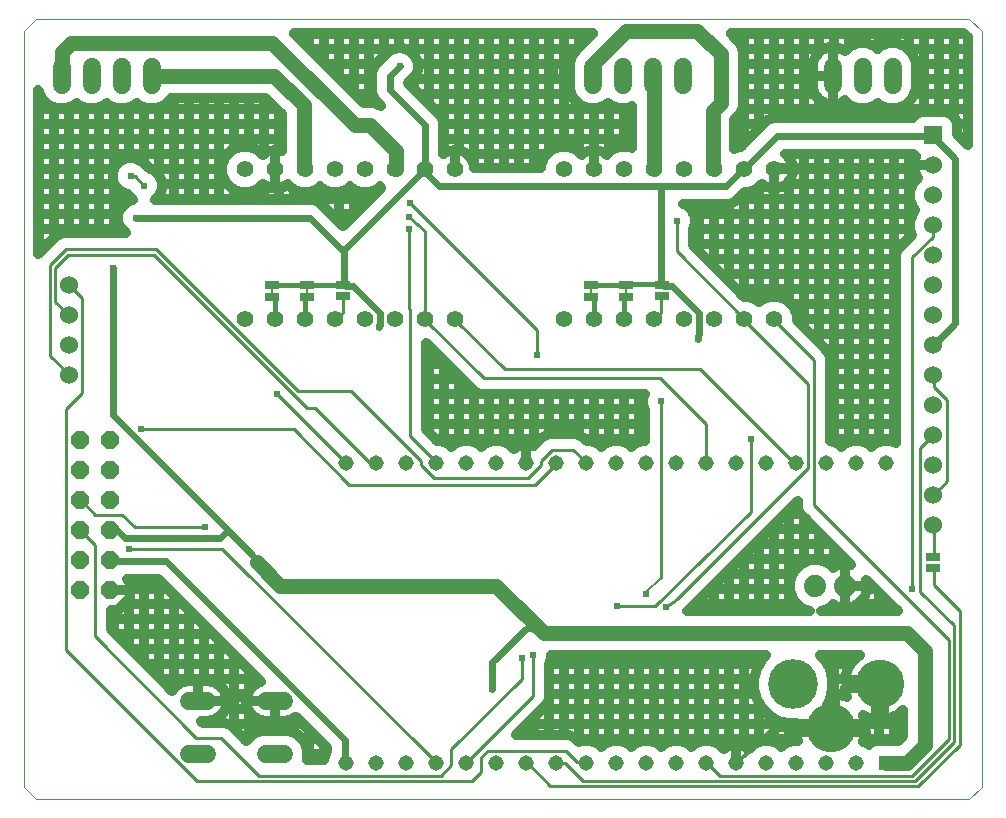
<source format=gbl>
G75*
%MOIN*%
%OFA0B0*%
%FSLAX25Y25*%
%IPPOS*%
%LPD*%
%AMOC8*
5,1,8,0,0,1.08239X$1,22.5*
%
%ADD10C,0.00000*%
%ADD11C,0.06000*%
%ADD12R,0.06000X0.06000*%
%ADD13R,0.05150X0.05150*%
%ADD14C,0.05150*%
%ADD15C,0.05543*%
%ADD16R,0.05000X0.02500*%
%ADD17C,0.00800*%
%ADD18C,0.16598*%
%ADD19C,0.16200*%
%ADD20C,0.07400*%
%ADD21C,0.05937*%
%ADD22C,0.06000*%
%ADD23OC8,0.06000*%
%ADD24C,0.01200*%
%ADD25C,0.02400*%
%ADD26C,0.01600*%
%ADD27C,0.03200*%
%ADD28C,0.05000*%
%ADD29OC8,0.02570*%
%ADD30C,0.02400*%
%ADD31C,0.01000*%
%ADD32C,0.04000*%
D10*
X0001000Y0004937D02*
X0001000Y0256906D01*
X0004937Y0260843D01*
X0315961Y0260843D01*
X0320409Y0256906D01*
X0320409Y0004937D01*
X0315961Y0001000D01*
X0004937Y0001000D01*
X0001000Y0004937D01*
D11*
X0016039Y0142063D03*
X0016039Y0152063D03*
X0016039Y0162063D03*
X0016039Y0172063D03*
X0304150Y0172063D03*
X0304150Y0182063D03*
X0304150Y0192063D03*
X0304150Y0202063D03*
X0304150Y0212063D03*
X0304150Y0162063D03*
X0304150Y0152063D03*
X0304150Y0142063D03*
X0304150Y0132063D03*
X0304150Y0122063D03*
X0304150Y0112063D03*
X0304150Y0102063D03*
X0304150Y0092063D03*
D12*
X0304150Y0222063D03*
D13*
X0288402Y0012811D03*
D14*
X0278402Y0012811D03*
X0268402Y0012811D03*
X0258402Y0012811D03*
X0248402Y0012811D03*
X0238402Y0012811D03*
X0228402Y0012811D03*
X0218402Y0012811D03*
X0208402Y0012811D03*
X0198402Y0012811D03*
X0188402Y0012811D03*
X0178402Y0012811D03*
X0168402Y0012811D03*
X0158402Y0012811D03*
X0148402Y0012811D03*
X0138402Y0012811D03*
X0128402Y0012811D03*
X0118402Y0012811D03*
X0108402Y0012811D03*
X0108402Y0112811D03*
X0118402Y0112811D03*
X0128402Y0112811D03*
X0138402Y0112811D03*
X0148402Y0112811D03*
X0158402Y0112811D03*
X0168402Y0112811D03*
X0178402Y0112811D03*
X0188402Y0112811D03*
X0198402Y0112811D03*
X0208402Y0112811D03*
X0218402Y0112811D03*
X0228402Y0112811D03*
X0238402Y0112811D03*
X0248402Y0112811D03*
X0258402Y0112811D03*
X0268402Y0112811D03*
X0278402Y0112811D03*
X0288402Y0112811D03*
D15*
X0251039Y0160724D03*
X0241039Y0160724D03*
X0231039Y0160724D03*
X0221039Y0160724D03*
X0211039Y0160724D03*
X0201039Y0160724D03*
X0191039Y0160724D03*
X0181039Y0160724D03*
X0144740Y0160724D03*
X0134740Y0160724D03*
X0124740Y0160724D03*
X0114740Y0160724D03*
X0104740Y0160724D03*
X0094740Y0160724D03*
X0084740Y0160724D03*
X0074740Y0160724D03*
X0074740Y0210724D03*
X0084740Y0210724D03*
X0094740Y0210724D03*
X0104740Y0210724D03*
X0114740Y0210724D03*
X0124740Y0210724D03*
X0134740Y0210724D03*
X0144740Y0210724D03*
X0181039Y0210724D03*
X0191039Y0210724D03*
X0201039Y0210724D03*
X0211039Y0210724D03*
X0221039Y0210724D03*
X0231039Y0210724D03*
X0241039Y0210724D03*
X0251039Y0210724D03*
D16*
X0213598Y0172063D03*
X0213598Y0168520D03*
X0201787Y0168291D03*
X0201787Y0172291D03*
X0189976Y0172291D03*
X0189976Y0168291D03*
X0107299Y0168520D03*
X0107299Y0172063D03*
X0095488Y0172291D03*
X0095488Y0168291D03*
X0083677Y0168291D03*
X0083677Y0172291D03*
X0304150Y0081512D03*
X0304150Y0077969D03*
D17*
X0213344Y0074622D02*
X0208480Y0069759D01*
X0208480Y0069110D01*
X0201787Y0168791D02*
X0201787Y0171791D01*
X0189976Y0171791D02*
X0189976Y0168791D01*
X0095488Y0168791D02*
X0095488Y0171791D01*
X0083677Y0171791D02*
X0083677Y0168791D01*
D18*
X0257387Y0039189D03*
D19*
X0269898Y0024380D03*
X0286209Y0039089D03*
D20*
X0274780Y0071866D03*
X0264780Y0071866D03*
D21*
X0087630Y0033480D02*
X0081693Y0033480D01*
X0081693Y0015764D02*
X0087630Y0015764D01*
X0062039Y0015764D02*
X0056102Y0015764D01*
X0056102Y0033480D02*
X0062039Y0033480D01*
D22*
X0043559Y0238906D02*
X0043559Y0244906D01*
X0033559Y0244906D02*
X0033559Y0238906D01*
X0023559Y0238906D02*
X0023559Y0244906D01*
X0013559Y0244906D02*
X0013559Y0238906D01*
X0190724Y0238906D02*
X0190724Y0244906D01*
X0200724Y0244906D02*
X0200724Y0238906D01*
X0210724Y0238906D02*
X0210724Y0244906D01*
X0220724Y0244906D02*
X0220724Y0238906D01*
X0270528Y0238906D02*
X0270528Y0244906D01*
X0280528Y0244906D02*
X0280528Y0238906D01*
X0290528Y0238906D02*
X0290528Y0244906D01*
D23*
X0029622Y0120488D03*
X0029622Y0110488D03*
X0029622Y0100488D03*
X0029622Y0090488D03*
X0029622Y0080488D03*
X0019622Y0080488D03*
X0019622Y0090488D03*
X0019622Y0100488D03*
X0019622Y0110488D03*
X0019622Y0120488D03*
X0019622Y0070488D03*
X0029622Y0070488D03*
D24*
X0059500Y0033850D02*
X0059071Y0033480D01*
X0059500Y0033850D02*
X0084250Y0033850D01*
X0084661Y0033480D01*
X0108402Y0112811D02*
X0108100Y0113050D01*
X0085206Y0135944D01*
X0238600Y0013150D02*
X0238402Y0012811D01*
X0238600Y0013150D02*
X0239163Y0013150D01*
X0249963Y0023950D01*
X0269650Y0023950D01*
X0269898Y0024380D01*
X0251039Y0210724D02*
X0251200Y0211150D01*
X0252100Y0212050D01*
X0303850Y0212050D01*
X0304150Y0212063D01*
D25*
X0225550Y0154113D03*
X0213344Y0133356D03*
X0243269Y0120925D03*
X0208480Y0069110D03*
X0214863Y0064900D03*
X0198638Y0065173D03*
X0170650Y0048700D03*
X0167050Y0047800D03*
X0157094Y0037450D03*
X0061187Y0091450D03*
X0036100Y0084250D03*
X0040150Y0124300D03*
X0085206Y0135944D03*
X0119350Y0158050D03*
X0129475Y0190900D03*
X0129475Y0194894D03*
X0129813Y0199337D03*
X0175409Y0226591D03*
X0178165Y0243126D03*
X0126197Y0245094D03*
X0051963Y0194444D03*
X0041050Y0205300D03*
X0036550Y0208450D03*
X0038350Y0194500D03*
X0030700Y0177852D03*
X0172000Y0148713D03*
X0218575Y0193656D03*
X0297100Y0070807D03*
D26*
X0201039Y0160724D02*
X0201039Y0168291D01*
X0201787Y0168291D01*
X0201787Y0172291D02*
X0201787Y0172450D01*
X0213400Y0172450D01*
X0201787Y0172291D02*
X0189976Y0172291D01*
X0189976Y0168291D02*
X0191039Y0168291D01*
X0191039Y0160724D01*
X0175409Y0226591D02*
X0175409Y0240370D01*
X0178165Y0243126D01*
X0107299Y0172291D02*
X0107299Y0172063D01*
X0107299Y0172291D02*
X0095488Y0172291D01*
X0083677Y0172291D01*
X0083677Y0168291D02*
X0084740Y0168291D01*
X0084740Y0160724D01*
X0094740Y0160724D02*
X0094740Y0168291D01*
X0095488Y0168291D01*
D27*
X0107425Y0191960D02*
X0099799Y0199587D01*
X0097593Y0200500D01*
X0053722Y0200500D01*
X0053513Y0200570D01*
X0052536Y0200500D01*
X0044735Y0200500D01*
X0046137Y0201901D01*
X0047050Y0204107D01*
X0047050Y0206493D01*
X0046137Y0208699D01*
X0044449Y0210387D01*
X0042759Y0211087D01*
X0040902Y0212943D01*
X0040288Y0213198D01*
X0039949Y0213537D01*
X0037743Y0214450D01*
X0035357Y0214450D01*
X0033151Y0213537D01*
X0031463Y0211849D01*
X0030550Y0209643D01*
X0030550Y0207257D01*
X0031463Y0205051D01*
X0033151Y0203363D01*
X0035357Y0202450D01*
X0035736Y0202450D01*
X0035963Y0201901D01*
X0037365Y0200500D01*
X0037157Y0200500D01*
X0034951Y0199587D01*
X0033263Y0197899D01*
X0032350Y0195693D01*
X0032350Y0193307D01*
X0033263Y0191101D01*
X0034951Y0189413D01*
X0034952Y0189413D01*
X0013859Y0189413D01*
X0011911Y0188606D01*
X0010420Y0187115D01*
X0005800Y0182495D01*
X0005800Y0237255D01*
X0006947Y0234487D01*
X0009141Y0232293D01*
X0012008Y0231106D01*
X0015111Y0231106D01*
X0017977Y0232293D01*
X0018559Y0232875D01*
X0019141Y0232293D01*
X0022008Y0231106D01*
X0025111Y0231106D01*
X0027977Y0232293D01*
X0028559Y0232875D01*
X0029141Y0232293D01*
X0032008Y0231106D01*
X0035111Y0231106D01*
X0037977Y0232293D01*
X0038559Y0232875D01*
X0039141Y0232293D01*
X0042008Y0231106D01*
X0045111Y0231106D01*
X0047977Y0232293D01*
X0050172Y0234487D01*
X0050221Y0234606D01*
X0081480Y0234606D01*
X0087007Y0229079D01*
X0087007Y0216682D01*
X0086793Y0216771D01*
X0085986Y0216987D01*
X0085158Y0217096D01*
X0084740Y0217096D01*
X0084323Y0217096D01*
X0083494Y0216987D01*
X0082688Y0216771D01*
X0081916Y0216451D01*
X0081193Y0216034D01*
X0080596Y0215576D01*
X0079029Y0217143D01*
X0076246Y0218296D01*
X0073234Y0218296D01*
X0070451Y0217143D01*
X0068321Y0215013D01*
X0067169Y0212230D01*
X0067169Y0209218D01*
X0068321Y0206435D01*
X0070451Y0204305D01*
X0073234Y0203153D01*
X0076246Y0203153D01*
X0079029Y0204305D01*
X0080596Y0205873D01*
X0081193Y0205415D01*
X0081916Y0204998D01*
X0082688Y0204678D01*
X0083494Y0204462D01*
X0084323Y0204353D01*
X0084740Y0204353D01*
X0084740Y0210724D01*
X0084740Y0210724D01*
X0084740Y0204353D01*
X0085158Y0204353D01*
X0085986Y0204462D01*
X0086793Y0204678D01*
X0087564Y0204998D01*
X0088288Y0205415D01*
X0088884Y0205873D01*
X0090451Y0204305D01*
X0093234Y0203153D01*
X0096246Y0203153D01*
X0099029Y0204305D01*
X0099740Y0205016D01*
X0100451Y0204305D01*
X0103234Y0203153D01*
X0106246Y0203153D01*
X0109029Y0204305D01*
X0109740Y0205016D01*
X0110451Y0204305D01*
X0113234Y0203153D01*
X0116246Y0203153D01*
X0119029Y0204305D01*
X0119740Y0205016D01*
X0120111Y0204646D01*
X0107425Y0191960D01*
X0106000Y0193385D02*
X0106000Y0203153D01*
X0101000Y0204078D02*
X0101000Y0198385D01*
X0103385Y0196000D02*
X0111465Y0196000D01*
X0111000Y0195535D02*
X0111000Y0204078D01*
X0116000Y0203153D02*
X0116000Y0200535D01*
X0116465Y0201000D02*
X0045235Y0201000D01*
X0046000Y0200500D02*
X0046000Y0201765D01*
X0047050Y0206000D02*
X0068757Y0206000D01*
X0071000Y0204078D02*
X0071000Y0200500D01*
X0076000Y0200500D02*
X0076000Y0203153D01*
X0081000Y0205563D02*
X0081000Y0200500D01*
X0086000Y0200500D02*
X0086000Y0204466D01*
X0084740Y0206000D02*
X0084740Y0206000D01*
X0084740Y0210725D02*
X0084740Y0217096D01*
X0084740Y0210725D01*
X0084740Y0210725D01*
X0084740Y0211000D02*
X0084740Y0211000D01*
X0084740Y0216000D02*
X0084740Y0216000D01*
X0086000Y0216983D02*
X0086000Y0230086D01*
X0085086Y0231000D02*
X0005800Y0231000D01*
X0005800Y0226000D02*
X0087007Y0226000D01*
X0087007Y0221000D02*
X0005800Y0221000D01*
X0005800Y0216000D02*
X0069308Y0216000D01*
X0071000Y0217371D02*
X0071000Y0234606D01*
X0076000Y0234606D02*
X0076000Y0218296D01*
X0080172Y0216000D02*
X0081149Y0216000D01*
X0081000Y0215886D02*
X0081000Y0234606D01*
X0066000Y0234606D02*
X0066000Y0200500D01*
X0061000Y0200500D02*
X0061000Y0234606D01*
X0056000Y0234606D02*
X0056000Y0200500D01*
X0051000Y0200500D02*
X0051000Y0234606D01*
X0046000Y0231474D02*
X0046000Y0208835D01*
X0042968Y0211000D02*
X0067169Y0211000D01*
X0091000Y0204078D02*
X0091000Y0200500D01*
X0096000Y0200500D02*
X0096000Y0203153D01*
X0117806Y0232709D02*
X0119969Y0231814D01*
X0117961Y0233822D01*
X0117047Y0236027D01*
X0117047Y0243138D01*
X0117961Y0245344D01*
X0121110Y0248493D01*
X0121110Y0248493D01*
X0122798Y0250181D01*
X0125003Y0251094D01*
X0127390Y0251094D01*
X0129596Y0250181D01*
X0131283Y0248493D01*
X0132197Y0246288D01*
X0132197Y0243901D01*
X0131283Y0241696D01*
X0129596Y0240008D01*
X0129596Y0240008D01*
X0129170Y0239583D01*
X0139827Y0228926D01*
X0140740Y0226721D01*
X0140740Y0215686D01*
X0141193Y0216034D01*
X0141916Y0216451D01*
X0142688Y0216771D01*
X0143494Y0216987D01*
X0144323Y0217096D01*
X0144740Y0217096D01*
X0144740Y0211300D01*
X0144740Y0211300D01*
X0144740Y0217096D01*
X0145158Y0217096D01*
X0145986Y0216987D01*
X0146793Y0216771D01*
X0147564Y0216451D01*
X0148288Y0216034D01*
X0148950Y0215525D01*
X0149541Y0214935D01*
X0150049Y0214272D01*
X0150467Y0213549D01*
X0150787Y0212777D01*
X0151003Y0211970D01*
X0151091Y0211300D01*
X0173468Y0211300D01*
X0173468Y0212230D01*
X0174620Y0215013D01*
X0176750Y0217143D01*
X0179533Y0218296D01*
X0182545Y0218296D01*
X0185328Y0217143D01*
X0186896Y0215576D01*
X0187492Y0216034D01*
X0188215Y0216451D01*
X0188987Y0216771D01*
X0189794Y0216987D01*
X0190622Y0217096D01*
X0191039Y0217096D01*
X0191039Y0211300D01*
X0191039Y0211300D01*
X0191039Y0217096D01*
X0191457Y0217096D01*
X0192285Y0216987D01*
X0193092Y0216771D01*
X0193864Y0216451D01*
X0194587Y0216034D01*
X0195183Y0215576D01*
X0196750Y0217143D01*
X0199533Y0218296D01*
X0202545Y0218296D01*
X0203739Y0217802D01*
X0203739Y0231712D01*
X0202276Y0231106D01*
X0199173Y0231106D01*
X0196306Y0232293D01*
X0195724Y0232875D01*
X0195143Y0232293D01*
X0192276Y0231106D01*
X0189173Y0231106D01*
X0186306Y0232293D01*
X0184112Y0234487D01*
X0182924Y0237354D01*
X0182924Y0246457D01*
X0184112Y0249324D01*
X0184373Y0249585D01*
X0184536Y0249978D01*
X0190601Y0256043D01*
X0090927Y0256043D01*
X0114260Y0232709D01*
X0117806Y0232709D01*
X0116000Y0232709D02*
X0116000Y0256043D01*
X0121000Y0256043D02*
X0121000Y0248383D01*
X0118617Y0246000D02*
X0100969Y0246000D01*
X0101000Y0245969D02*
X0101000Y0256043D01*
X0106000Y0256043D02*
X0106000Y0240969D01*
X0105969Y0241000D02*
X0117047Y0241000D01*
X0117058Y0236000D02*
X0110969Y0236000D01*
X0111000Y0235969D02*
X0111000Y0256043D01*
X0124775Y0251000D02*
X0095969Y0251000D01*
X0096000Y0250969D02*
X0096000Y0256043D01*
X0091000Y0255969D02*
X0091000Y0256043D01*
X0090969Y0256000D02*
X0190558Y0256000D01*
X0186000Y0256043D02*
X0186000Y0251442D01*
X0185558Y0251000D02*
X0127618Y0251000D01*
X0126000Y0251094D02*
X0126000Y0256043D01*
X0131000Y0256043D02*
X0131000Y0248777D01*
X0132197Y0246000D02*
X0182924Y0246000D01*
X0182924Y0241000D02*
X0130588Y0241000D01*
X0131000Y0241412D02*
X0131000Y0237753D01*
X0132753Y0236000D02*
X0183485Y0236000D01*
X0186000Y0232599D02*
X0186000Y0216472D01*
X0186472Y0216000D02*
X0187448Y0216000D01*
X0191039Y0216000D02*
X0191039Y0216000D01*
X0191000Y0217096D02*
X0191000Y0231106D01*
X0196000Y0232599D02*
X0196000Y0216393D01*
X0195607Y0216000D02*
X0194631Y0216000D01*
X0201000Y0218296D02*
X0201000Y0231106D01*
X0203739Y0231000D02*
X0137753Y0231000D01*
X0136000Y0232753D02*
X0136000Y0256043D01*
X0141000Y0256043D02*
X0141000Y0215886D01*
X0141149Y0216000D02*
X0140740Y0216000D01*
X0144740Y0216000D02*
X0144740Y0216000D01*
X0146000Y0216983D02*
X0146000Y0256043D01*
X0151000Y0256043D02*
X0151000Y0211980D01*
X0148331Y0216000D02*
X0175607Y0216000D01*
X0176000Y0216393D02*
X0176000Y0256043D01*
X0171000Y0256043D02*
X0171000Y0211300D01*
X0166000Y0211300D02*
X0166000Y0256043D01*
X0161000Y0256043D02*
X0161000Y0211300D01*
X0156000Y0211300D02*
X0156000Y0256043D01*
X0181000Y0256043D02*
X0181000Y0218296D01*
X0203739Y0221000D02*
X0140740Y0221000D01*
X0140740Y0226000D02*
X0203739Y0226000D01*
X0220627Y0199300D02*
X0236193Y0199300D01*
X0238399Y0200213D01*
X0241338Y0203153D01*
X0242545Y0203153D01*
X0245328Y0204305D01*
X0246896Y0205873D01*
X0247492Y0205415D01*
X0248215Y0204998D01*
X0248987Y0204678D01*
X0249794Y0204462D01*
X0250622Y0204353D01*
X0251039Y0204353D01*
X0251039Y0210724D01*
X0251039Y0210724D01*
X0251039Y0204353D01*
X0251457Y0204353D01*
X0252285Y0204462D01*
X0253092Y0204678D01*
X0253864Y0204998D01*
X0254587Y0205415D01*
X0255249Y0205924D01*
X0255840Y0206514D01*
X0256349Y0207177D01*
X0256766Y0207900D01*
X0257086Y0208672D01*
X0257302Y0209479D01*
X0257411Y0210307D01*
X0257411Y0210724D01*
X0251039Y0210724D01*
X0251039Y0210724D01*
X0257411Y0210724D01*
X0257411Y0211142D01*
X0257302Y0211970D01*
X0257086Y0212777D01*
X0256766Y0213549D01*
X0256349Y0214272D01*
X0255840Y0214935D01*
X0255249Y0215525D01*
X0254696Y0215950D01*
X0297474Y0215950D01*
X0298298Y0215127D01*
X0298218Y0214988D01*
X0297886Y0214189D01*
X0297663Y0213353D01*
X0297550Y0212496D01*
X0297550Y0212063D01*
X0297550Y0211630D01*
X0297663Y0210773D01*
X0297886Y0209937D01*
X0298218Y0209138D01*
X0298650Y0208388D01*
X0298995Y0207939D01*
X0297537Y0206481D01*
X0296350Y0203615D01*
X0296350Y0200511D01*
X0297537Y0197645D01*
X0298119Y0197063D01*
X0297537Y0196481D01*
X0296350Y0193615D01*
X0296350Y0190511D01*
X0297028Y0188873D01*
X0294098Y0185943D01*
X0292607Y0184452D01*
X0291800Y0182504D01*
X0291800Y0119386D01*
X0289869Y0120186D01*
X0286935Y0120186D01*
X0284224Y0119063D01*
X0283402Y0118241D01*
X0282579Y0119063D01*
X0279869Y0120186D01*
X0276935Y0120186D01*
X0274224Y0119063D01*
X0273402Y0118241D01*
X0272579Y0119063D01*
X0269869Y0120186D01*
X0269550Y0120186D01*
X0269550Y0148304D01*
X0268743Y0150252D01*
X0258611Y0160384D01*
X0258611Y0162230D01*
X0257458Y0165013D01*
X0255328Y0167143D01*
X0252545Y0168296D01*
X0249533Y0168296D01*
X0246750Y0167143D01*
X0246039Y0166432D01*
X0245328Y0167143D01*
X0242545Y0168296D01*
X0240866Y0168296D01*
X0223875Y0185587D01*
X0223875Y0190772D01*
X0224575Y0192462D01*
X0224575Y0194849D01*
X0223661Y0197055D01*
X0221974Y0198742D01*
X0220627Y0199300D01*
X0221000Y0199300D02*
X0221000Y0199146D01*
X0224098Y0196000D02*
X0297338Y0196000D01*
X0296350Y0201000D02*
X0239185Y0201000D01*
X0241000Y0202815D02*
X0241000Y0168296D01*
X0238209Y0171000D02*
X0291800Y0171000D01*
X0291800Y0176000D02*
X0233295Y0176000D01*
X0231000Y0178336D02*
X0231000Y0199300D01*
X0226000Y0199300D02*
X0226000Y0183424D01*
X0223875Y0186000D02*
X0294155Y0186000D01*
X0296000Y0187845D02*
X0296000Y0215950D01*
X0297550Y0212063D02*
X0304149Y0212063D01*
X0297550Y0212063D01*
X0297633Y0211000D02*
X0257411Y0211000D01*
X0256000Y0210724D02*
X0256000Y0210724D01*
X0256000Y0214726D02*
X0256000Y0215950D01*
X0261000Y0215950D02*
X0261000Y0157995D01*
X0262995Y0156000D02*
X0291800Y0156000D01*
X0291800Y0151000D02*
X0267995Y0151000D01*
X0266000Y0152995D02*
X0266000Y0215950D01*
X0271000Y0215950D02*
X0271000Y0119717D01*
X0269550Y0121000D02*
X0291800Y0121000D01*
X0291000Y0119717D02*
X0291000Y0215950D01*
X0286000Y0215950D02*
X0286000Y0119799D01*
X0281000Y0119717D02*
X0281000Y0215950D01*
X0276000Y0215950D02*
X0276000Y0119799D01*
X0269550Y0126000D02*
X0291800Y0126000D01*
X0291800Y0131000D02*
X0269550Y0131000D01*
X0269550Y0136000D02*
X0291800Y0136000D01*
X0291800Y0141000D02*
X0269550Y0141000D01*
X0269550Y0146000D02*
X0291800Y0146000D01*
X0291800Y0161000D02*
X0258611Y0161000D01*
X0256472Y0166000D02*
X0291800Y0166000D01*
X0291800Y0181000D02*
X0228382Y0181000D01*
X0236000Y0173248D02*
X0236000Y0199300D01*
X0246000Y0204977D02*
X0246000Y0166472D01*
X0251000Y0168296D02*
X0251000Y0204353D01*
X0251039Y0206000D02*
X0251039Y0206000D01*
X0255326Y0206000D02*
X0297338Y0206000D01*
X0301000Y0212063D02*
X0301000Y0212063D01*
X0304149Y0212063D02*
X0304149Y0212063D01*
X0313285Y0221000D02*
X0315609Y0221000D01*
X0315609Y0218676D02*
X0311950Y0222336D01*
X0311950Y0226018D01*
X0311219Y0227782D01*
X0309869Y0229132D01*
X0308104Y0229863D01*
X0300195Y0229863D01*
X0298431Y0229132D01*
X0297248Y0227950D01*
X0250907Y0227950D01*
X0248702Y0227037D01*
X0247014Y0225349D01*
X0239961Y0218296D01*
X0239533Y0218296D01*
X0237828Y0217590D01*
X0237828Y0227110D01*
X0239472Y0228755D01*
X0240583Y0231438D01*
X0240583Y0250484D01*
X0239472Y0253167D01*
X0237419Y0255220D01*
X0236596Y0256043D01*
X0314142Y0256043D01*
X0315609Y0254744D01*
X0315609Y0218676D01*
X0315609Y0226000D02*
X0311950Y0226000D01*
X0311000Y0228001D02*
X0311000Y0256043D01*
X0314190Y0256000D02*
X0236639Y0256000D01*
X0241000Y0256043D02*
X0241000Y0219335D01*
X0242665Y0221000D02*
X0237828Y0221000D01*
X0237828Y0226000D02*
X0247665Y0226000D01*
X0246000Y0224335D02*
X0246000Y0256043D01*
X0251000Y0256043D02*
X0251000Y0227950D01*
X0256000Y0227950D02*
X0256000Y0256043D01*
X0261000Y0256043D02*
X0261000Y0227950D01*
X0266000Y0227950D02*
X0266000Y0234099D01*
X0266167Y0233933D02*
X0266853Y0233406D01*
X0267602Y0232973D01*
X0268402Y0232642D01*
X0269237Y0232418D01*
X0270095Y0232306D01*
X0270527Y0232306D01*
X0270527Y0241905D01*
X0270528Y0241905D01*
X0270528Y0232306D01*
X0270960Y0232306D01*
X0271818Y0232418D01*
X0272654Y0232642D01*
X0273453Y0232973D01*
X0274202Y0233406D01*
X0274651Y0233751D01*
X0276109Y0232293D01*
X0278976Y0231106D01*
X0282079Y0231106D01*
X0284946Y0232293D01*
X0285528Y0232875D01*
X0286109Y0232293D01*
X0288976Y0231106D01*
X0292079Y0231106D01*
X0294946Y0232293D01*
X0297140Y0234487D01*
X0298328Y0237354D01*
X0298328Y0246457D01*
X0297140Y0249324D01*
X0294946Y0251518D01*
X0292079Y0252705D01*
X0288976Y0252705D01*
X0286109Y0251518D01*
X0285528Y0250936D01*
X0284946Y0251518D01*
X0282079Y0252705D01*
X0278976Y0252705D01*
X0276109Y0251518D01*
X0274651Y0250060D01*
X0274202Y0250405D01*
X0273453Y0250838D01*
X0272654Y0251169D01*
X0271818Y0251393D01*
X0270960Y0251505D01*
X0270528Y0251505D01*
X0270528Y0241906D01*
X0270527Y0241906D01*
X0270527Y0241905D01*
X0263928Y0241905D01*
X0263928Y0238473D01*
X0264040Y0237615D01*
X0264264Y0236779D01*
X0264595Y0235980D01*
X0265028Y0235231D01*
X0265555Y0234544D01*
X0266167Y0233933D01*
X0264587Y0236000D02*
X0240583Y0236000D01*
X0240583Y0241000D02*
X0263928Y0241000D01*
X0263928Y0241906D02*
X0270527Y0241906D01*
X0270527Y0251505D01*
X0270095Y0251505D01*
X0269237Y0251393D01*
X0268402Y0251169D01*
X0267602Y0250838D01*
X0266853Y0250405D01*
X0266167Y0249878D01*
X0265555Y0249267D01*
X0265028Y0248580D01*
X0264595Y0247831D01*
X0264264Y0247032D01*
X0264040Y0246196D01*
X0263928Y0245338D01*
X0263928Y0241906D01*
X0266000Y0241905D02*
X0266000Y0241906D01*
X0264015Y0246000D02*
X0240583Y0246000D01*
X0240370Y0251000D02*
X0267994Y0251000D01*
X0266000Y0249712D02*
X0266000Y0256043D01*
X0271000Y0256043D02*
X0271000Y0251500D01*
X0270528Y0251000D02*
X0270527Y0251000D01*
X0273061Y0251000D02*
X0275591Y0251000D01*
X0276000Y0251409D02*
X0276000Y0256043D01*
X0281000Y0256043D02*
X0281000Y0252705D01*
X0285464Y0251000D02*
X0285591Y0251000D01*
X0286000Y0251409D02*
X0286000Y0256043D01*
X0291000Y0256043D02*
X0291000Y0252705D01*
X0295464Y0251000D02*
X0315609Y0251000D01*
X0315609Y0246000D02*
X0298328Y0246000D01*
X0296000Y0250464D02*
X0296000Y0256043D01*
X0301000Y0256043D02*
X0301000Y0229863D01*
X0296000Y0227950D02*
X0296000Y0233347D01*
X0297767Y0236000D02*
X0315609Y0236000D01*
X0315609Y0241000D02*
X0298328Y0241000D01*
X0291000Y0231106D02*
X0291000Y0227950D01*
X0286000Y0227950D02*
X0286000Y0232402D01*
X0281000Y0231106D02*
X0281000Y0227950D01*
X0276000Y0227950D02*
X0276000Y0232402D01*
X0271000Y0232311D02*
X0271000Y0227950D01*
X0270527Y0236000D02*
X0270528Y0236000D01*
X0270527Y0241000D02*
X0270528Y0241000D01*
X0270527Y0246000D02*
X0270528Y0246000D01*
X0240402Y0231000D02*
X0315609Y0231000D01*
X0306000Y0229863D02*
X0306000Y0256043D01*
X0256000Y0206723D02*
X0256000Y0166472D01*
X0223969Y0191000D02*
X0296350Y0191000D01*
X0207846Y0135763D02*
X0207344Y0134550D01*
X0207344Y0132163D01*
X0208044Y0130473D01*
X0208044Y0120186D01*
X0206935Y0120186D01*
X0204224Y0119063D01*
X0203402Y0118241D01*
X0202579Y0119063D01*
X0199869Y0120186D01*
X0196935Y0120186D01*
X0194224Y0119063D01*
X0193402Y0118241D01*
X0192579Y0119063D01*
X0189869Y0120186D01*
X0188559Y0120186D01*
X0187152Y0121593D01*
X0185204Y0122400D01*
X0175896Y0122400D01*
X0173948Y0121593D01*
X0172457Y0120102D01*
X0170849Y0118494D01*
X0170772Y0118533D01*
X0169848Y0118834D01*
X0168888Y0118986D01*
X0168402Y0118986D01*
X0168402Y0115244D01*
X0168402Y0115244D01*
X0168402Y0118986D01*
X0167916Y0118986D01*
X0166956Y0118834D01*
X0166031Y0118533D01*
X0165165Y0118092D01*
X0164379Y0117521D01*
X0164250Y0117392D01*
X0162579Y0119063D01*
X0159869Y0120186D01*
X0156935Y0120186D01*
X0154224Y0119063D01*
X0153402Y0118241D01*
X0152579Y0119063D01*
X0149869Y0120186D01*
X0146935Y0120186D01*
X0144224Y0119063D01*
X0143402Y0118241D01*
X0142579Y0119063D01*
X0139869Y0120186D01*
X0138762Y0120186D01*
X0135113Y0124006D01*
X0135113Y0152792D01*
X0151335Y0136570D01*
X0153283Y0135763D01*
X0207846Y0135763D01*
X0206000Y0135763D02*
X0206000Y0119799D01*
X0208044Y0121000D02*
X0187745Y0121000D01*
X0186000Y0122070D02*
X0186000Y0135763D01*
X0181000Y0135763D02*
X0181000Y0122400D01*
X0176000Y0122400D02*
X0176000Y0135763D01*
X0171000Y0135763D02*
X0171000Y0118645D01*
X0173355Y0121000D02*
X0137985Y0121000D01*
X0136000Y0123077D02*
X0136000Y0151905D01*
X0135113Y0151000D02*
X0136905Y0151000D01*
X0135113Y0146000D02*
X0141905Y0146000D01*
X0141000Y0146905D02*
X0141000Y0119717D01*
X0146000Y0119799D02*
X0146000Y0141905D01*
X0146905Y0141000D02*
X0135113Y0141000D01*
X0135113Y0136000D02*
X0152711Y0136000D01*
X0151000Y0136905D02*
X0151000Y0119717D01*
X0156000Y0119799D02*
X0156000Y0135763D01*
X0161000Y0135763D02*
X0161000Y0119717D01*
X0166000Y0118518D02*
X0166000Y0135763D01*
X0168402Y0116000D02*
X0168402Y0116000D01*
X0191000Y0119717D02*
X0191000Y0135763D01*
X0196000Y0135763D02*
X0196000Y0119799D01*
X0201000Y0119717D02*
X0201000Y0135763D01*
X0207825Y0131000D02*
X0135113Y0131000D01*
X0135113Y0126000D02*
X0208044Y0126000D01*
X0246000Y0087305D02*
X0246000Y0063418D01*
X0241000Y0063418D02*
X0241000Y0082305D01*
X0239695Y0081000D02*
X0274631Y0081000D01*
X0274779Y0079166D02*
X0274301Y0079166D01*
X0273352Y0079041D01*
X0272428Y0078794D01*
X0271544Y0078427D01*
X0270717Y0077950D01*
X0269594Y0079072D01*
X0266470Y0080366D01*
X0263089Y0080366D01*
X0259965Y0079072D01*
X0257574Y0076681D01*
X0256280Y0073557D01*
X0256280Y0070175D01*
X0257574Y0067051D01*
X0259965Y0064660D01*
X0262963Y0063418D01*
X0222113Y0063418D01*
X0222201Y0063506D01*
X0222667Y0063825D01*
X0222940Y0064244D01*
X0258950Y0100255D01*
X0258950Y0097822D01*
X0259757Y0095874D01*
X0261248Y0094383D01*
X0276730Y0078901D01*
X0276207Y0079041D01*
X0275258Y0079166D01*
X0274780Y0079166D01*
X0274780Y0071866D01*
X0274780Y0071866D01*
X0282080Y0071866D01*
X0282080Y0071388D01*
X0281955Y0070439D01*
X0281707Y0069515D01*
X0281341Y0068630D01*
X0280862Y0067802D01*
X0280280Y0067043D01*
X0279603Y0066366D01*
X0278844Y0065783D01*
X0278015Y0065305D01*
X0277131Y0064939D01*
X0276207Y0064691D01*
X0275258Y0064566D01*
X0274780Y0064566D01*
X0274780Y0071866D01*
X0282080Y0071866D01*
X0282080Y0072345D01*
X0281955Y0073293D01*
X0281815Y0073816D01*
X0292213Y0063418D01*
X0266596Y0063418D01*
X0269594Y0064660D01*
X0270717Y0065783D01*
X0271544Y0065305D01*
X0272428Y0064939D01*
X0273352Y0064691D01*
X0274301Y0064566D01*
X0274779Y0064566D01*
X0274779Y0071866D01*
X0274780Y0071866D01*
X0274779Y0071866D01*
X0274779Y0079166D01*
X0276000Y0079068D02*
X0276000Y0079631D01*
X0274779Y0076000D02*
X0274780Y0076000D01*
X0276000Y0071866D02*
X0276000Y0071866D01*
X0274779Y0071000D02*
X0274780Y0071000D01*
X0274779Y0066000D02*
X0274780Y0066000D01*
X0276000Y0064664D02*
X0276000Y0063418D01*
X0279126Y0066000D02*
X0289631Y0066000D01*
X0291000Y0064631D02*
X0291000Y0063418D01*
X0286000Y0063418D02*
X0286000Y0069631D01*
X0284631Y0071000D02*
X0282028Y0071000D01*
X0281000Y0071866D02*
X0281000Y0071866D01*
X0281000Y0068040D02*
X0281000Y0063418D01*
X0271000Y0063418D02*
X0271000Y0065619D01*
X0261000Y0064231D02*
X0261000Y0063418D01*
X0258625Y0066000D02*
X0224695Y0066000D01*
X0226000Y0067305D02*
X0226000Y0063418D01*
X0231000Y0063418D02*
X0231000Y0072305D01*
X0229695Y0071000D02*
X0256280Y0071000D01*
X0257291Y0076000D02*
X0234695Y0076000D01*
X0236000Y0077305D02*
X0236000Y0063418D01*
X0236000Y0048818D02*
X0236000Y0018518D01*
X0236031Y0018533D02*
X0235165Y0018092D01*
X0234379Y0017521D01*
X0234250Y0017392D01*
X0232579Y0019063D01*
X0229869Y0020186D01*
X0226935Y0020186D01*
X0224224Y0019063D01*
X0223402Y0018241D01*
X0222579Y0019063D01*
X0219869Y0020186D01*
X0216935Y0020186D01*
X0214224Y0019063D01*
X0213402Y0018241D01*
X0212579Y0019063D01*
X0209869Y0020186D01*
X0206935Y0020186D01*
X0204224Y0019063D01*
X0203402Y0018241D01*
X0202579Y0019063D01*
X0199869Y0020186D01*
X0196935Y0020186D01*
X0194224Y0019063D01*
X0193402Y0018241D01*
X0192579Y0019063D01*
X0189869Y0020186D01*
X0186935Y0020186D01*
X0186086Y0019834D01*
X0184677Y0021243D01*
X0182729Y0022050D01*
X0164995Y0022050D01*
X0175143Y0032198D01*
X0175950Y0034146D01*
X0175950Y0045817D01*
X0176650Y0047507D01*
X0176650Y0048818D01*
X0248491Y0048818D01*
X0246905Y0047232D01*
X0245180Y0044245D01*
X0244287Y0040914D01*
X0244287Y0037464D01*
X0245180Y0034133D01*
X0246905Y0031146D01*
X0249344Y0028707D01*
X0252330Y0026982D01*
X0255662Y0026090D01*
X0258316Y0026090D01*
X0258276Y0025730D01*
X0268548Y0025730D01*
X0268548Y0032322D01*
X0269593Y0034133D01*
X0270486Y0037464D01*
X0270486Y0040914D01*
X0269593Y0044245D01*
X0267869Y0047232D01*
X0266283Y0048818D01*
X0279701Y0048818D01*
X0279428Y0048646D01*
X0278400Y0047827D01*
X0277471Y0046898D01*
X0276652Y0045870D01*
X0275952Y0044757D01*
X0275382Y0043573D01*
X0274948Y0042333D01*
X0274656Y0041052D01*
X0274587Y0040439D01*
X0284859Y0040439D01*
X0284859Y0037739D01*
X0287559Y0037739D01*
X0287559Y0027467D01*
X0288172Y0027536D01*
X0289453Y0027829D01*
X0290693Y0028263D01*
X0291877Y0028833D01*
X0292990Y0029532D01*
X0294017Y0030351D01*
X0294094Y0030428D01*
X0294094Y0021740D01*
X0292464Y0020111D01*
X0292112Y0020111D01*
X0291931Y0020186D01*
X0284872Y0020186D01*
X0283108Y0019455D01*
X0282647Y0018995D01*
X0282579Y0019063D01*
X0280698Y0019842D01*
X0280724Y0019895D01*
X0281158Y0021135D01*
X0281450Y0022417D01*
X0281520Y0023030D01*
X0271248Y0023030D01*
X0271248Y0025730D01*
X0268548Y0025730D01*
X0268548Y0023030D01*
X0258276Y0023030D01*
X0258345Y0022417D01*
X0258637Y0021135D01*
X0258969Y0020186D01*
X0256935Y0020186D01*
X0254224Y0019063D01*
X0253402Y0018241D01*
X0252579Y0019063D01*
X0249869Y0020186D01*
X0246935Y0020186D01*
X0244224Y0019063D01*
X0242553Y0017392D01*
X0242424Y0017521D01*
X0241638Y0018092D01*
X0240772Y0018533D01*
X0239848Y0018834D01*
X0238888Y0018986D01*
X0238402Y0018986D01*
X0238402Y0013950D01*
X0238402Y0013950D01*
X0238402Y0018986D01*
X0237916Y0018986D01*
X0236956Y0018834D01*
X0236031Y0018533D01*
X0238402Y0016000D02*
X0238402Y0016000D01*
X0241000Y0018417D02*
X0241000Y0048818D01*
X0246000Y0048818D02*
X0246000Y0045665D01*
X0246193Y0046000D02*
X0176026Y0046000D01*
X0176000Y0045937D02*
X0176000Y0022050D01*
X0171000Y0022050D02*
X0171000Y0028055D01*
X0168945Y0026000D02*
X0258306Y0026000D01*
X0256000Y0026090D02*
X0256000Y0019799D01*
X0258685Y0021000D02*
X0184920Y0021000D01*
X0186000Y0019920D02*
X0186000Y0048818D01*
X0181000Y0048818D02*
X0181000Y0022050D01*
X0191000Y0019717D02*
X0191000Y0048818D01*
X0196000Y0048818D02*
X0196000Y0019799D01*
X0201000Y0019717D02*
X0201000Y0048818D01*
X0206000Y0048818D02*
X0206000Y0019799D01*
X0211000Y0019717D02*
X0211000Y0048818D01*
X0216000Y0048818D02*
X0216000Y0019799D01*
X0221000Y0019717D02*
X0221000Y0048818D01*
X0226000Y0048818D02*
X0226000Y0019799D01*
X0231000Y0019717D02*
X0231000Y0048818D01*
X0244311Y0041000D02*
X0175950Y0041000D01*
X0175950Y0036000D02*
X0244680Y0036000D01*
X0246000Y0032713D02*
X0246000Y0019799D01*
X0251000Y0019717D02*
X0251000Y0027751D01*
X0247051Y0031000D02*
X0173945Y0031000D01*
X0166000Y0023055D02*
X0166000Y0022050D01*
X0102100Y0017865D02*
X0102100Y0016869D01*
X0101027Y0014278D01*
X0101027Y0013950D01*
X0095287Y0013950D01*
X0095398Y0014219D01*
X0095398Y0017309D01*
X0094216Y0020164D01*
X0092030Y0022350D01*
X0089175Y0023532D01*
X0080148Y0023532D01*
X0077292Y0022350D01*
X0075138Y0020195D01*
X0071304Y0024028D01*
X0069813Y0025519D01*
X0067865Y0026326D01*
X0060700Y0026326D01*
X0060121Y0026912D01*
X0062470Y0026912D01*
X0063324Y0027024D01*
X0064155Y0027247D01*
X0064951Y0027577D01*
X0065696Y0028007D01*
X0066380Y0028531D01*
X0066988Y0029140D01*
X0067513Y0029823D01*
X0067943Y0030569D01*
X0068273Y0031364D01*
X0068495Y0032196D01*
X0068608Y0033050D01*
X0068608Y0033480D01*
X0059071Y0033480D01*
X0059071Y0033480D01*
X0068608Y0033480D01*
X0068608Y0033911D01*
X0068495Y0034765D01*
X0068273Y0035596D01*
X0067943Y0036392D01*
X0067513Y0037137D01*
X0066988Y0037821D01*
X0066380Y0038429D01*
X0065696Y0038954D01*
X0064951Y0039384D01*
X0064155Y0039714D01*
X0063324Y0039936D01*
X0062470Y0040049D01*
X0059071Y0040049D01*
X0059071Y0033480D01*
X0059071Y0033480D01*
X0059071Y0040049D01*
X0055672Y0040049D01*
X0054818Y0039936D01*
X0053986Y0039714D01*
X0053191Y0039384D01*
X0052445Y0038954D01*
X0051762Y0038429D01*
X0051153Y0037821D01*
X0050629Y0037137D01*
X0050402Y0036744D01*
X0030037Y0057347D01*
X0030037Y0063888D01*
X0032356Y0063888D01*
X0036222Y0067754D01*
X0036222Y0070488D01*
X0030037Y0070488D01*
X0030037Y0070488D01*
X0036222Y0070488D01*
X0036222Y0073222D01*
X0035244Y0074200D01*
X0045765Y0074200D01*
X0080109Y0039856D01*
X0079577Y0039714D01*
X0078781Y0039384D01*
X0078036Y0038954D01*
X0077353Y0038429D01*
X0076744Y0037821D01*
X0076220Y0037137D01*
X0075789Y0036392D01*
X0075460Y0035596D01*
X0075237Y0034765D01*
X0075124Y0033911D01*
X0075124Y0033480D01*
X0075124Y0033050D01*
X0075237Y0032196D01*
X0075460Y0031364D01*
X0075789Y0030569D01*
X0076220Y0029823D01*
X0076744Y0029140D01*
X0077353Y0028531D01*
X0078036Y0028007D01*
X0078781Y0027577D01*
X0079577Y0027247D01*
X0080409Y0027024D01*
X0081262Y0026912D01*
X0084661Y0026912D01*
X0084661Y0033480D01*
X0075124Y0033480D01*
X0084661Y0033480D01*
X0084661Y0033480D01*
X0084661Y0033480D01*
X0084661Y0026912D01*
X0088060Y0026912D01*
X0088914Y0027024D01*
X0089746Y0027247D01*
X0090541Y0027577D01*
X0091287Y0028007D01*
X0091666Y0028298D01*
X0102100Y0017865D01*
X0101000Y0018965D02*
X0101000Y0013950D01*
X0101740Y0016000D02*
X0095398Y0016000D01*
X0096000Y0013950D02*
X0096000Y0023965D01*
X0093965Y0026000D02*
X0068652Y0026000D01*
X0066000Y0026326D02*
X0066000Y0028240D01*
X0068122Y0031000D02*
X0075611Y0031000D01*
X0076000Y0030204D02*
X0076000Y0021057D01*
X0075943Y0021000D02*
X0074332Y0021000D01*
X0071000Y0024332D02*
X0071000Y0048965D01*
X0068965Y0051000D02*
X0036311Y0051000D01*
X0036000Y0051314D02*
X0036000Y0067532D01*
X0034468Y0066000D02*
X0053965Y0066000D01*
X0056000Y0063965D02*
X0056000Y0040049D01*
X0061000Y0040049D02*
X0061000Y0058965D01*
X0058965Y0061000D02*
X0030037Y0061000D01*
X0031000Y0063888D02*
X0031000Y0056373D01*
X0031369Y0056000D02*
X0063965Y0056000D01*
X0066000Y0053965D02*
X0066000Y0038721D01*
X0068105Y0036000D02*
X0075627Y0036000D01*
X0076000Y0036757D02*
X0076000Y0043965D01*
X0073965Y0046000D02*
X0041253Y0046000D01*
X0041000Y0046256D02*
X0041000Y0074200D01*
X0036000Y0074200D02*
X0036000Y0073444D01*
X0036222Y0071000D02*
X0048965Y0071000D01*
X0051000Y0068965D02*
X0051000Y0037621D01*
X0046196Y0041000D02*
X0078965Y0041000D01*
X0081000Y0033480D02*
X0081000Y0033480D01*
X0084661Y0031000D02*
X0084661Y0031000D01*
X0086000Y0026912D02*
X0086000Y0023532D01*
X0081000Y0023532D02*
X0081000Y0026946D01*
X0076000Y0033480D02*
X0076000Y0033480D01*
X0066000Y0033480D02*
X0066000Y0033480D01*
X0061000Y0033480D02*
X0061000Y0033480D01*
X0059071Y0036000D02*
X0059071Y0036000D01*
X0061000Y0026912D02*
X0061000Y0026326D01*
X0046000Y0041198D02*
X0046000Y0073965D01*
X0036000Y0070488D02*
X0036000Y0070488D01*
X0031000Y0070488D02*
X0031000Y0070488D01*
X0091000Y0027841D02*
X0091000Y0022776D01*
X0093380Y0021000D02*
X0098965Y0021000D01*
X0244695Y0086000D02*
X0269631Y0086000D01*
X0271000Y0084631D02*
X0271000Y0078113D01*
X0266000Y0080366D02*
X0266000Y0089631D01*
X0264631Y0091000D02*
X0249695Y0091000D01*
X0251000Y0092305D02*
X0251000Y0063418D01*
X0256000Y0063418D02*
X0256000Y0097305D01*
X0254695Y0096000D02*
X0259705Y0096000D01*
X0261000Y0094631D02*
X0261000Y0079501D01*
X0271000Y0048818D02*
X0271000Y0025730D01*
X0271248Y0025730D02*
X0271248Y0036001D01*
X0271861Y0035932D01*
X0273142Y0035640D01*
X0274382Y0035206D01*
X0275332Y0034749D01*
X0274948Y0035845D01*
X0274656Y0037126D01*
X0274587Y0037739D01*
X0284859Y0037739D01*
X0284859Y0027467D01*
X0284246Y0027536D01*
X0282965Y0027829D01*
X0281724Y0028263D01*
X0280774Y0028720D01*
X0281158Y0027624D01*
X0281450Y0026342D01*
X0281520Y0025730D01*
X0271248Y0025730D01*
X0271248Y0026000D02*
X0268548Y0026000D01*
X0266000Y0025730D02*
X0266000Y0023030D01*
X0261000Y0023030D02*
X0261000Y0025730D01*
X0268548Y0031000D02*
X0271248Y0031000D01*
X0271248Y0036000D02*
X0270093Y0036000D01*
X0271260Y0036000D02*
X0274913Y0036000D01*
X0276000Y0037739D02*
X0276000Y0040439D01*
X0274650Y0041000D02*
X0270463Y0041000D01*
X0268580Y0046000D02*
X0276755Y0046000D01*
X0276000Y0044833D02*
X0276000Y0048818D01*
X0281000Y0040439D02*
X0281000Y0037739D01*
X0284859Y0036000D02*
X0287559Y0036000D01*
X0286000Y0037739D02*
X0286000Y0020186D01*
X0281111Y0021000D02*
X0293353Y0021000D01*
X0291000Y0020186D02*
X0291000Y0028410D01*
X0294094Y0026000D02*
X0281489Y0026000D01*
X0281000Y0025730D02*
X0281000Y0023030D01*
X0281000Y0020684D02*
X0281000Y0019717D01*
X0276000Y0023030D02*
X0276000Y0025730D01*
X0281000Y0028075D02*
X0281000Y0028611D01*
X0284859Y0031000D02*
X0287559Y0031000D01*
X0041000Y0212845D02*
X0041000Y0231523D01*
X0036000Y0231474D02*
X0036000Y0214450D01*
X0031112Y0211000D02*
X0005800Y0211000D01*
X0005800Y0206000D02*
X0031070Y0206000D01*
X0031000Y0206170D02*
X0031000Y0189413D01*
X0033365Y0191000D02*
X0005800Y0191000D01*
X0005800Y0186000D02*
X0009305Y0186000D01*
X0011000Y0187695D02*
X0011000Y0231523D01*
X0016000Y0231474D02*
X0016000Y0189413D01*
X0021000Y0189413D02*
X0021000Y0231523D01*
X0026000Y0231474D02*
X0026000Y0189413D01*
X0032477Y0196000D02*
X0005800Y0196000D01*
X0005800Y0201000D02*
X0036865Y0201000D01*
X0036000Y0201865D02*
X0036000Y0200021D01*
X0031000Y0210730D02*
X0031000Y0231523D01*
X0006320Y0236000D02*
X0005800Y0236000D01*
X0006000Y0236772D02*
X0006000Y0182695D01*
D28*
X0013559Y0241906D02*
X0013559Y0249780D01*
X0016748Y0252969D01*
X0083677Y0252969D01*
X0111236Y0225409D01*
X0116354Y0225409D01*
X0125016Y0216748D01*
X0125016Y0211000D01*
X0124740Y0210724D01*
X0094740Y0210724D02*
X0094307Y0211157D01*
X0094307Y0232102D01*
X0084504Y0241906D01*
X0043559Y0241906D01*
X0190724Y0241906D02*
X0190724Y0245843D01*
X0201787Y0256906D01*
X0225409Y0256906D01*
X0233283Y0249031D01*
X0233283Y0232890D01*
X0230528Y0230134D01*
X0230528Y0211236D01*
X0231039Y0210724D01*
X0211039Y0210724D02*
X0211039Y0241591D01*
X0078559Y0079740D02*
X0086433Y0071866D01*
X0158480Y0071866D01*
X0174228Y0056118D01*
X0295488Y0056118D01*
X0301394Y0050213D01*
X0301394Y0018717D01*
X0295488Y0012811D01*
X0288402Y0012811D01*
D29*
X0078559Y0079740D03*
D30*
X0077500Y0082000D01*
X0069062Y0090438D01*
X0066474Y0087850D01*
X0034750Y0087850D01*
X0032500Y0090100D01*
X0029800Y0090100D01*
X0029622Y0090488D01*
X0029622Y0080488D02*
X0029800Y0080200D01*
X0048250Y0080200D01*
X0108100Y0020350D01*
X0108100Y0013150D01*
X0108402Y0012811D01*
X0157094Y0037450D02*
X0157094Y0046394D01*
X0168850Y0058150D01*
X0174228Y0056118D01*
X0225550Y0154113D02*
X0226000Y0156925D01*
X0226000Y0163000D01*
X0217000Y0172000D01*
X0214750Y0172000D01*
X0213598Y0172063D01*
X0213400Y0172450D01*
X0213400Y0205300D01*
X0139263Y0205300D01*
X0134763Y0209800D01*
X0135550Y0209800D01*
X0134740Y0210724D01*
X0134740Y0225528D01*
X0123047Y0237220D01*
X0123047Y0241945D01*
X0126197Y0245094D01*
X0134740Y0210724D02*
X0134650Y0210700D01*
X0107650Y0183700D01*
X0106750Y0184150D01*
X0096400Y0194500D01*
X0052750Y0194500D01*
X0051963Y0194444D01*
X0052750Y0194500D02*
X0038350Y0194500D01*
X0030700Y0177852D02*
X0030700Y0128800D01*
X0069062Y0090438D01*
X0119350Y0158050D02*
X0119350Y0158500D01*
X0119800Y0158950D01*
X0119800Y0163000D01*
X0110800Y0172000D01*
X0108550Y0172000D01*
X0107299Y0172063D01*
X0107650Y0172450D01*
X0107650Y0183700D01*
X0213400Y0205300D02*
X0235000Y0205300D01*
X0239950Y0210250D01*
X0241039Y0210724D01*
X0241300Y0211150D01*
X0241300Y0211150D01*
X0252100Y0221950D01*
X0303850Y0221950D01*
X0304150Y0222063D01*
X0304750Y0221050D01*
X0311500Y0214300D01*
X0311500Y0159400D01*
X0304300Y0152200D01*
X0304150Y0152063D01*
D31*
X0304150Y0142063D02*
X0304300Y0141850D01*
X0304300Y0138250D01*
X0308800Y0133750D01*
X0308800Y0106750D01*
X0304300Y0102250D01*
X0304150Y0102063D01*
X0304150Y0092063D02*
X0304300Y0091900D01*
X0304300Y0081550D01*
X0304150Y0081512D01*
X0304150Y0077969D02*
X0304300Y0077950D01*
X0304300Y0072100D01*
X0312850Y0063550D01*
X0312850Y0019000D01*
X0298900Y0005050D01*
X0176500Y0005050D01*
X0168850Y0012700D01*
X0168402Y0012811D01*
X0178402Y0012811D02*
X0178750Y0012700D01*
X0181450Y0012700D01*
X0187300Y0006850D01*
X0298000Y0006850D01*
X0311050Y0019900D01*
X0311050Y0058713D01*
X0299800Y0069963D01*
X0299800Y0118000D01*
X0303850Y0122050D01*
X0304150Y0122063D01*
X0264250Y0098876D02*
X0264250Y0147250D01*
X0251200Y0160300D01*
X0251039Y0160724D01*
X0241300Y0160300D02*
X0241039Y0160724D01*
X0240850Y0160750D01*
X0218575Y0183419D01*
X0218575Y0193656D01*
X0213598Y0168520D02*
X0213400Y0168400D01*
X0213400Y0163000D01*
X0211150Y0160750D01*
X0211039Y0160724D01*
X0226506Y0144044D02*
X0161256Y0144044D01*
X0145000Y0160300D01*
X0144740Y0160724D01*
X0135100Y0160300D02*
X0134740Y0160724D01*
X0134650Y0160750D01*
X0134650Y0190113D01*
X0129475Y0194894D01*
X0129813Y0199337D02*
X0172000Y0157150D01*
X0172000Y0148713D01*
X0154337Y0141063D02*
X0135100Y0160300D01*
X0129813Y0163731D02*
X0129475Y0164575D01*
X0129475Y0190900D01*
X0107299Y0168520D02*
X0107200Y0168400D01*
X0107200Y0163000D01*
X0104950Y0160750D01*
X0104740Y0160724D01*
X0110013Y0136787D02*
X0092463Y0136787D01*
X0045137Y0184113D01*
X0014913Y0184113D01*
X0009550Y0178750D01*
X0009550Y0148657D01*
X0015850Y0142357D01*
X0015850Y0142300D01*
X0016039Y0142063D01*
X0020350Y0136113D02*
X0020350Y0167950D01*
X0016300Y0172000D01*
X0016039Y0172063D01*
X0011350Y0166600D02*
X0015850Y0162100D01*
X0016039Y0162063D01*
X0011350Y0166600D02*
X0011350Y0177850D01*
X0015673Y0182173D01*
X0044377Y0182173D01*
X0095500Y0131050D01*
X0097919Y0131050D01*
X0115919Y0113050D01*
X0118000Y0113050D01*
X0118402Y0112811D01*
X0109337Y0105569D02*
X0171269Y0105569D01*
X0178300Y0112600D01*
X0178402Y0112811D01*
X0176950Y0117100D02*
X0184150Y0117100D01*
X0188200Y0113050D01*
X0188402Y0112811D01*
X0176950Y0117100D02*
X0173463Y0113613D01*
X0173463Y0112263D01*
X0168963Y0107763D01*
X0137687Y0107763D01*
X0133413Y0112037D01*
X0133413Y0113387D01*
X0110013Y0136787D01*
X0091000Y0124300D02*
X0109337Y0105569D01*
X0129813Y0121881D02*
X0138250Y0113050D01*
X0138402Y0112811D01*
X0129813Y0121881D02*
X0129813Y0163731D01*
X0154337Y0141063D02*
X0213174Y0141063D01*
X0228250Y0125987D01*
X0228250Y0113050D01*
X0228402Y0112811D01*
X0243269Y0120925D02*
X0243269Y0096625D01*
X0211423Y0065173D01*
X0198638Y0065173D01*
X0214863Y0064900D02*
X0218800Y0067600D01*
X0262450Y0111250D01*
X0262450Y0139150D01*
X0241300Y0160300D01*
X0226506Y0144044D02*
X0257500Y0113050D01*
X0258400Y0113050D01*
X0258402Y0112811D01*
X0264250Y0098876D02*
X0309250Y0053876D01*
X0309250Y0020800D01*
X0297100Y0008650D01*
X0232863Y0008650D01*
X0228813Y0012700D01*
X0228700Y0012700D01*
X0228402Y0012811D01*
X0188402Y0012811D02*
X0188200Y0013150D01*
X0185275Y0013150D01*
X0181675Y0016750D01*
X0155519Y0016750D01*
X0153437Y0014669D01*
X0153437Y0009775D01*
X0150512Y0006850D01*
X0058600Y0006850D01*
X0014950Y0050500D01*
X0014950Y0130713D01*
X0020350Y0136113D01*
X0040150Y0124300D02*
X0091000Y0124300D01*
X0061187Y0091450D02*
X0037900Y0091450D01*
X0033793Y0095556D01*
X0024794Y0095556D01*
X0019900Y0100450D01*
X0019622Y0100488D01*
X0019622Y0090488D02*
X0019900Y0090100D01*
X0024737Y0085656D01*
X0024737Y0055169D01*
X0058487Y0021026D01*
X0066811Y0021026D01*
X0079187Y0008650D01*
X0140050Y0008650D01*
X0143481Y0012081D01*
X0143481Y0017368D01*
X0167050Y0040937D01*
X0167050Y0047800D01*
X0170650Y0048700D02*
X0170650Y0035200D01*
X0148600Y0013150D01*
X0148402Y0012811D01*
X0138402Y0012811D02*
X0138250Y0013150D01*
X0067150Y0084250D01*
X0036100Y0084250D01*
X0041050Y0205300D02*
X0037900Y0208450D01*
X0036550Y0208450D01*
X0213344Y0133356D02*
X0213344Y0074622D01*
X0297100Y0070807D02*
X0297100Y0181450D01*
X0303850Y0188200D01*
X0303850Y0191800D01*
X0304150Y0192063D01*
D32*
X0211039Y0241591D02*
X0210724Y0241906D01*
M02*

</source>
